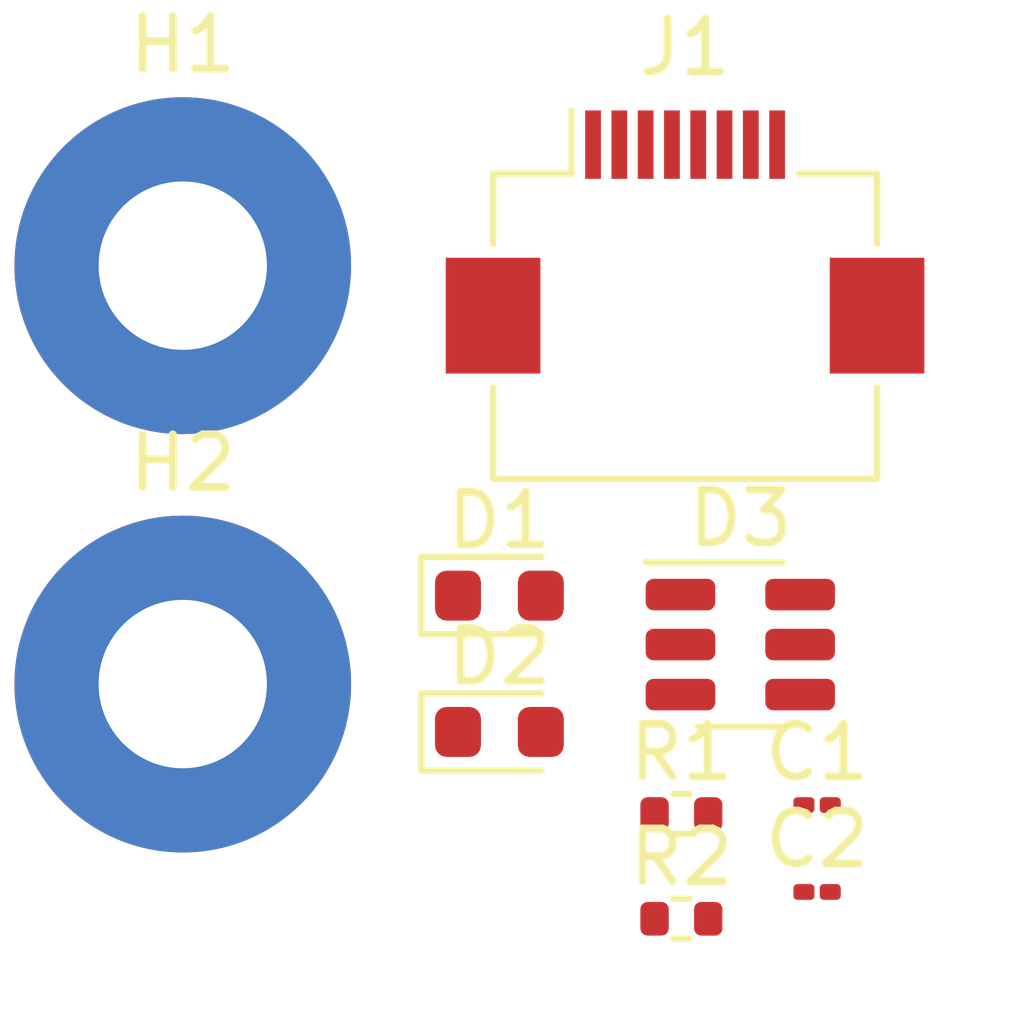
<source format=kicad_pcb>
(kicad_pcb (version 20221018) (generator pcbnew)
  (layers (0 "F.Cu" signal) (31 "B.Cu" signal) (34 "B.Paste" user) (35 "F.Paste" user) (36 "B.SilkS" user "B.Silkscreen") (37 "F.SilkS" user "F.Silkscreen") (38 "B.Mask" user) (39 "F.Mask" user) (44 "Edge.Cuts" user))
  (net 0 "")
  (net 1 "/3V3")
  (net 2 "GND2")
  (net 3 "Net-(D1-A)")
  (net 4 "Net-(D2-A)")
  (net 5 "/MISO")
  (net 6 "/MOSi")
  (net 7 "/SCK")
  (net 8 "/CS")
  (net 9 "/INT1")
  (footprint "Connector_FFC-FPC:Hirose_FH12-8S-0.5SH_1x08-1MP_P0.50mm_Horizontal" (layer "F.Cu") (at 29.473 19.4)
    (fp_text reference "J1" (at 0 -3.7) (layer "F.SilkS"))
    (fp_text value "IMU_FFC_Conn")
    (fp_line (start -3.65 -1.3) (end -3.65 0.04) (stroke (width 0.12)) (layer "F.SilkS"))
    (fp_line (start -3.65 2.76) (end -3.65 4.5) (stroke (width 0.12)) (layer "F.SilkS"))
    (fp_line (start -3.65 4.5) (end 3.65 4.5) (stroke (width 0.12)) (layer "F.SilkS"))
    (fp_line (start -2.16 -1.3) (end -3.65 -1.3) (stroke (width 0.12)) (layer "F.SilkS"))
    (fp_line (start -2.16 -1.3) (end -2.16 -2.5) (stroke (width 0.12)) (layer "F.SilkS"))
    (fp_line (start 2.16 -1.3) (end 3.65 -1.3) (stroke (width 0.12)) (layer "F.SilkS"))
    (fp_line (start 3.65 -1.3) (end 3.65 0.04) (stroke (width 0.12)) (layer "F.SilkS"))
    (fp_line (start 3.65 4.5) (end 3.65 2.76) (stroke (width 0.12)) (layer "F.SilkS"))
    (pad "1" smd rect (at -1.75 -1.85) (size 0.3 1.3) (layers "F.Cu" "F.Paste" "F.Mask") (net 1 "/3V3"))
    (pad "2" smd rect (at -1.25 -1.85) (size 0.3 1.3) (layers "F.Cu" "F.Paste" "F.Mask") (net 6 "/MOSi"))
    (pad "3" smd rect (at -0.75 -1.85) (size 0.3 1.3) (layers "F.Cu" "F.Paste" "F.Mask") (net 2 "GND2"))
    (pad "4" smd rect (at -0.25 -1.85) (size 0.3 1.3) (layers "F.Cu" "F.Paste" "F.Mask") (net 5 "/MISO"))
    (pad "5" smd rect (at 0.25 -1.85) (size 0.3 1.3) (layers "F.Cu" "F.Paste" "F.Mask") (net 2 "GND2"))
    (pad "6" smd rect (at 0.75 -1.85) (size 0.3 1.3) (layers "F.Cu" "F.Paste" "F.Mask") (net 7 "/SCK"))
    (pad "7" smd rect (at 1.25 -1.85) (size 0.3 1.3) (layers "F.Cu" "F.Paste" "F.Mask") (net 9 "/INT1"))
    (pad "8" smd rect (at 1.75 -1.85) (size 0.3 1.3) (layers "F.Cu" "F.Paste" "F.Mask") (net 8 "/CS"))
    (pad "MP" smd rect (at -3.65 1.4) (size 1.8 2.2) (layers "F.Cu" "F.Paste" "F.Mask"))
    (pad "MP" smd rect (at 3.65 1.4) (size 1.8 2.2) (layers "F.Cu" "F.Paste" "F.Mask"))
  )
  (footprint "MountingHole:MountingHole_3.2mm_M3_Pad_TopBottom" (layer "F.Cu") (at 19.923 27.8)
    (fp_text reference "H2" (at 0 -4.2) (layer "F.SilkS"))
    (fp_text value "M3")
    (pad "1" thru_hole circle (at 0 0) (size 3.6 3.6) (drill 3.2) (layers "*.Cu" "*.Mask"))
    (pad "1" connect circle (at 0 0) (size 6.4 6.4) (layers "F.Cu" "F.Mask"))
    (pad "1" connect circle (at 0 0) (size 6.4 6.4) (layers "B.Cu" "B.Mask"))
  )
  (footprint "Resistor_SMD:R_0402_1005Metric" (layer "F.Cu") (at 29.403 32.26)
    (fp_text reference "R2" (at 0 -1.17) (layer "F.SilkS"))
    (fp_text value "1k")
    (fp_line (start -0.153641 -0.38) (end 0.153641 -0.38) (stroke (width 0.12)) (layer "F.SilkS"))
    (fp_line (start -0.153641 0.38) (end 0.153641 0.38) (stroke (width 0.12)) (layer "F.SilkS"))
    (pad "1" smd roundrect (at -0.51 0) (size 0.54 0.64) (layers "F.Cu" "F.Paste" "F.Mask") (net 4 "Net-(D2-A)"))
    (pad "2" smd roundrect (at 0.51 0) (size 0.54 0.64) (layers "F.Cu" "F.Paste" "F.Mask") (net 9 "/INT1"))
  )
  (footprint "Package_TO_SOT_SMD:SOT-23-6" (layer "F.Cu") (at 30.523 27.05)
    (fp_text reference "D3" (at 0 -2.4) (layer "F.SilkS"))
    (fp_text value "SMF05CT1G")
    (fp_line (start 0 -1.56) (end -1.8 -1.56) (stroke (width 0.12)) (layer "F.SilkS"))
    (fp_line (start 0 -1.56) (end 0.8 -1.56) (stroke (width 0.12)) (layer "F.SilkS"))
    (fp_line (start 0 1.56) (end -0.8 1.56) (stroke (width 0.12)) (layer "F.SilkS"))
    (fp_line (start 0 1.56) (end 0.8 1.56) (stroke (width 0.12)) (layer "F.SilkS"))
    (pad "1" smd roundrect (at -1.1375 -0.95) (size 1.325 0.6) (layers "F.Cu" "F.Paste" "F.Mask") (net 1 "/3V3"))
    (pad "2" smd roundrect (at -1.1375 0) (size 1.325 0.6) (layers "F.Cu" "F.Paste" "F.Mask") (net 2 "GND2"))
    (pad "3" smd roundrect (at -1.1375 0.95) (size 1.325 0.6) (layers "F.Cu" "F.Paste" "F.Mask") (net 5 "/MISO"))
    (pad "4" smd roundrect (at 1.1375 0.95) (size 1.325 0.6) (layers "F.Cu" "F.Paste" "F.Mask") (net 6 "/MOSi"))
    (pad "5" smd roundrect (at 1.1375 0) (size 1.325 0.6) (layers "F.Cu" "F.Paste" "F.Mask") (net 7 "/SCK"))
    (pad "6" smd roundrect (at 1.1375 -0.95) (size 1.325 0.6) (layers "F.Cu" "F.Paste" "F.Mask") (net 8 "/CS"))
  )
  (footprint "Capacitor_SMD:C_01005_0402Metric" (layer "F.Cu") (at 31.983 31.75)
    (fp_text reference "C2" (at 0 -1) (layer "F.SilkS"))
    (fp_text value "100n 50V")
    (pad "1" smd roundrect (at -0.25 0) (size 0.4 0.3) (layers "F.Cu" "F.Mask") (net 1 "/3V3"))
    (pad "2" smd roundrect (at 0.25 0) (size 0.4 0.3) (layers "F.Cu" "F.Mask") (net 2 "GND2"))
  )
  (footprint "LED_SMD:LED_0603_1608Metric" (layer "F.Cu") (at 25.943 28.71)
    (fp_text reference "D2" (at 0 -1.43) (layer "F.SilkS"))
    (fp_text value "LED_BLUE")
    (fp_line (start -1.485 -0.735) (end -1.485 0.735) (stroke (width 0.12)) (layer "F.SilkS"))
    (fp_line (start -1.485 0.735) (end 0.8 0.735) (stroke (width 0.12)) (layer "F.SilkS"))
    (fp_line (start 0.8 -0.735) (end -1.485 -0.735) (stroke (width 0.12)) (layer "F.SilkS"))
    (pad "1" smd roundrect (at -0.7875 0) (size 0.875 0.95) (layers "F.Cu" "F.Paste" "F.Mask") (net 2 "GND2"))
    (pad "2" smd roundrect (at 0.7875 0) (size 0.875 0.95) (layers "F.Cu" "F.Paste" "F.Mask") (net 4 "Net-(D2-A)"))
  )
  (footprint "Capacitor_SMD:C_01005_0402Metric" (layer "F.Cu") (at 31.983 30.1)
    (fp_text reference "C1" (at 0 -1) (layer "F.SilkS"))
    (fp_text value "100n 50V")
    (pad "1" smd roundrect (at -0.25 0) (size 0.4 0.3) (layers "F.Cu" "F.Mask") (net 1 "/3V3"))
    (pad "2" smd roundrect (at 0.25 0) (size 0.4 0.3) (layers "F.Cu" "F.Mask") (net 2 "GND2"))
  )
  (footprint "Resistor_SMD:R_0402_1005Metric" (layer "F.Cu") (at 29.403 30.27)
    (fp_text reference "R1" (at 0 -1.17) (layer "F.SilkS"))
    (fp_text value "1k")
    (fp_line (start -0.153641 -0.38) (end 0.153641 -0.38) (stroke (width 0.12)) (layer "F.SilkS"))
    (fp_line (start -0.153641 0.38) (end 0.153641 0.38) (stroke (width 0.12)) (layer "F.SilkS"))
    (pad "1" smd roundrect (at -0.51 0) (size 0.54 0.64) (layers "F.Cu" "F.Paste" "F.Mask") (net 3 "Net-(D1-A)"))
    (pad "2" smd roundrect (at 0.51 0) (size 0.54 0.64) (layers "F.Cu" "F.Paste" "F.Mask") (net 1 "/3V3"))
  )
  (footprint "LED_SMD:LED_0603_1608Metric" (layer "F.Cu") (at 25.943 26.12)
    (fp_text reference "D1" (at 0 -1.43) (layer "F.SilkS"))
    (fp_text value "LED_GREEN")
    (fp_line (start -1.485 -0.735) (end -1.485 0.735) (stroke (width 0.12)) (layer "F.SilkS"))
    (fp_line (start -1.485 0.735) (end 0.8 0.735) (stroke (width 0.12)) (layer "F.SilkS"))
    (fp_line (start 0.8 -0.735) (end -1.485 -0.735) (stroke (width 0.12)) (layer "F.SilkS"))
    (pad "1" smd roundrect (at -0.7875 0) (size 0.875 0.95) (layers "F.Cu" "F.Paste" "F.Mask") (net 2 "GND2"))
    (pad "2" smd roundrect (at 0.7875 0) (size 0.875 0.95) (layers "F.Cu" "F.Paste" "F.Mask") (net 3 "Net-(D1-A)"))
  )
  (footprint "MountingHole:MountingHole_3.2mm_M3_Pad_TopBottom" (layer "F.Cu") (at 19.923 19.85)
    (fp_text reference "H1" (at 0 -4.2) (layer "F.SilkS"))
    (fp_text value "M3")
    (pad "1" thru_hole circle (at 0 0) (size 3.6 3.6) (drill 3.2) (layers "*.Cu" "*.Mask"))
    (pad "1" connect circle (at 0 0) (size 6.4 6.4) (layers "F.Cu" "F.Mask"))
    (pad "1" connect circle (at 0 0) (size 6.4 6.4) (layers "B.Cu" "B.Mask"))
  )
)
</source>
